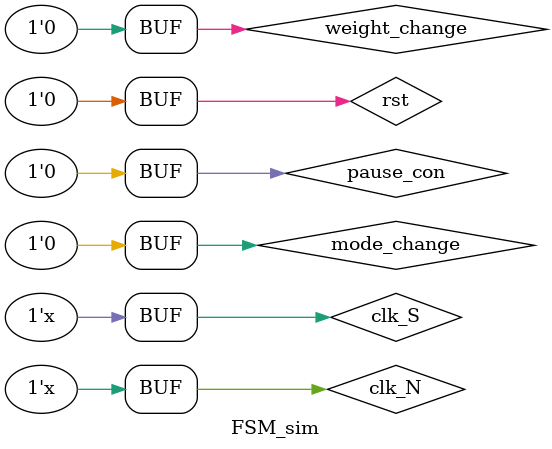
<source format=v>
`timescale 1ns / 1ps


module FSM_sim(

    );
    //FSMÖÐµÄÊäÈë
    reg rst,pause_con,mode_change,weight_change;
    //Ä£ÄâµÄ¹¤×÷Ê±ÖÓÓëÃëÊ±ÖÓ
    reg clk_N,clk_S;

    wire light_running;//the sign of running
    wire power_out;//will be changed with posedge of pause button
    wire shut;//affect when finish
    wire [2:0]status_mode;//change between six modes
    wire [1:0]status_weight;//change between four kinds of weight
    wire [31:0]display_out;//drive seven_seg
    wire [3:0]state;//state of FSM

    initial begin
        clk_N=0;
        clk_S=0;
        rst=0;
        pause_con=0;
        mode_change=0;
        weight_change=0;

        //START×´Ì¬ÏÂÇÐ»»Ò»ÂÖÏ´ÒÂÄ£Ê½
        #7 mode_change=1'b1;
        #10 mode_change=1'b0;
        #10 mode_change=1'b1;
        #10 mode_change=1'b0;
        #10 mode_change=1'b1;
        #10 mode_change=1'b0;
        #10 mode_change=1'b1;
        #10 mode_change=1'b0;
        #10 mode_change=1'b1;
        #10 mode_change=1'b0;
        #10 mode_change=1'b1;
        #10 mode_change=1'b0;

        //ÇÐ»»ÒÂÎïÖØÁ¿
        #10 weight_change=1'b1;
        #10 weight_change=1'b0;

        //¿ªÊ¼Ï´ÒÂ
        #10 pause_con=1'b1;
        #10 pause_con=1'b0;

        //ÔËÐÐ×´Ì¬ÏÂ³¢ÊÔÇÐ»»ÒÂÎïÖØÁ¿ÓëÏ´ÒÂÄ£Ê½
        #10 weight_change=1'b1;
        #10 weight_change=1'b0;
        #10 mode_change=1'b1;
        #10 mode_change=1'b0;

        //ÔÝÍ£Ï´ÒÂ
        #40 pause_con=1'b1;
        #10 pause_con=1'b0;

        //ÔÝÍ£×´Ì¬ÏÂ³¢ÊÔÇÐ»»ÒÂÎïÖØÁ¿ÓëÏ´ÒÂÄ£Ê½
        #10 weight_change=1'b1;
        #10 weight_change=1'b0;
        #10 mode_change=1'b1;
        #10 mode_change=1'b0;

        //¼ÌÐøÏ´ÒÂ
        #10 pause_con=1'b1;
        #10 pause_con=1'b0;

        //½áÊø10ÃëÄÚ°´¼ü
        #20000 pause_con=1'b1;
        #10 pause_con=1'b0;

        //ÇÐ»»Ï´ÒÂÄ£Ê½ÓëÒÂÎïÖØÁ¿
        #100 weight_change=1'b1;
        #10 weight_change=1'b0;
        #10 mode_change=1'b1;
        #10 mode_change=1'b0;

        //ÔÙ´ÎÆô¶¯
        #100 pause_con=1'b1;
        #10 pause_con=1'b0;

        //¹Ø»úºóÖØÆô
        #20000 rst=1'b1;
        #10 rst=1'b0;

        //ÇÐ»»Ï´ÒÂÄ£Ê½Îªµ¥ÍÑ
        #10 mode_change=1'b1;
        #10 mode_change=1'b0;
        #10 mode_change=1'b1;
        #10 mode_change=1'b0;
        #10 mode_change=1'b1;
        #10 mode_change=1'b0;
        #10 mode_change=1'b1;
        #10 mode_change=1'b0;
        #10 mode_change=1'b1;
        #10 mode_change=1'b0;

        //ÇÐ»»ÒÂÎïÖØÁ¿Îª4kg
        #10 weight_change=1'b1;
        #10 weight_change=1'b0;
        #10 weight_change=1'b1;
        #10 weight_change=1'b0;

        //ÔÙ´ÎÆô¶¯¼ì²éË®Î»±ä»¯
        #10 pause_con=1'b1;
        #10 pause_con=1'b0;

    end

    always @(*) begin
        #21  clk_S <= ~clk_S;
        #21  clk_S <= ~clk_S;
    end

    always @(*) begin
        #4  clk_N <= ~clk_N;
        #4  clk_N <= ~clk_N;
    end

    //FSM is called here
    FSM my_machine_fsm(clk_N,clk_S,rst,pause_con,mode_change,weight_change,
      light_running,power_out,shut,status_mode,status_weight,
      display_out,state);

endmodule

</source>
